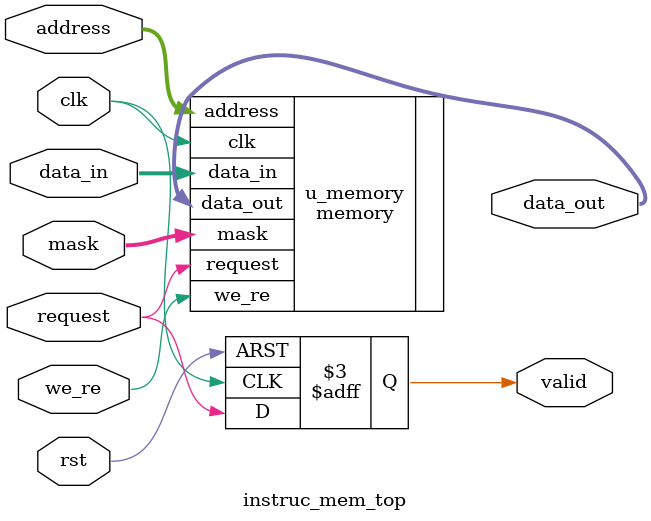
<source format=v>
module instruc_mem_top (
    input wire clk,
    input wire rst,
    input wire we_re,
    input wire request,
    input wire [3:0]  mask,
    input wire [7:0]  address,
    input wire [31:0] data_in,

    output reg valid,
    output wire [31:0] data_out
    );

    always @(posedge clk or negedge rst ) begin
        if(!rst)begin
            valid <= 0;
        end
        else begin
            valid <= request;
        end
    end

    memory u_memory(
        .clk(clk),
        .we_re(we_re),
        .request(request),
        .mask(mask),
        .address(address),
        .data_in(data_in),
        .data_out(data_out)
    );
endmodule


</source>
